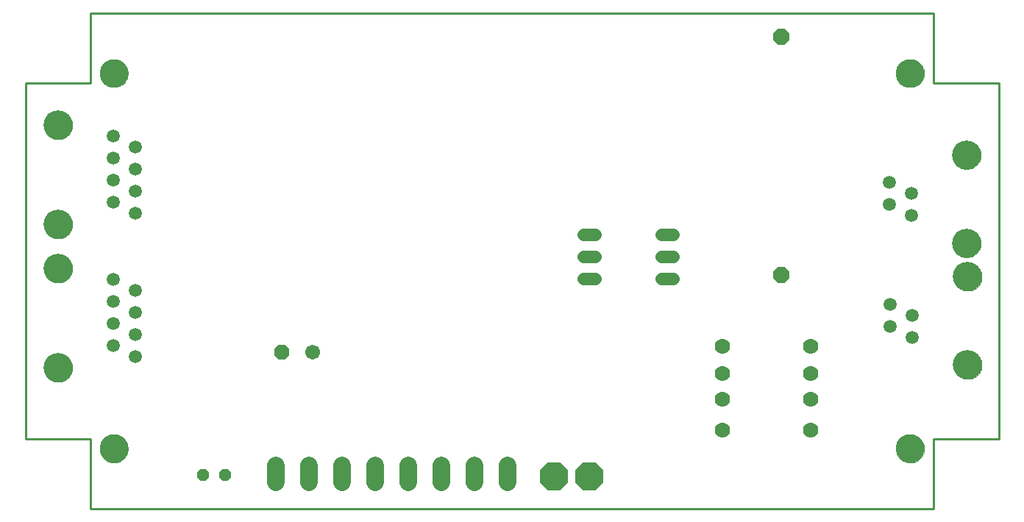
<source format=gbs>
G75*
%MOIN*%
%OFA0B0*%
%FSLAX24Y24*%
%IPPOS*%
%LPD*%
%AMOC8*
5,1,8,0,0,1.08239X$1,22.5*
%
%ADD10C,0.0100*%
%ADD11C,0.0000*%
%ADD12C,0.1300*%
%ADD13C,0.0590*%
%ADD14C,0.1320*%
%ADD15OC8,0.0745*%
%ADD16C,0.0700*%
%ADD17C,0.0560*%
%ADD18C,0.0808*%
%ADD19OC8,0.1290*%
%ADD20OC8,0.0560*%
%ADD21OC8,0.0670*%
%ADD22C,0.0670*%
D10*
X004668Y002075D02*
X042857Y002075D01*
X042857Y005224D01*
X045810Y005224D01*
X045810Y021366D01*
X042857Y021366D01*
X042857Y024516D01*
X004668Y024516D01*
X004668Y021366D01*
X001715Y021366D01*
X001715Y005224D01*
X004668Y005224D01*
X004668Y002075D01*
D11*
X005091Y004781D02*
X005093Y004831D01*
X005099Y004881D01*
X005109Y004930D01*
X005123Y004978D01*
X005140Y005025D01*
X005161Y005070D01*
X005186Y005114D01*
X005214Y005155D01*
X005246Y005194D01*
X005280Y005231D01*
X005317Y005265D01*
X005357Y005295D01*
X005399Y005322D01*
X005443Y005346D01*
X005489Y005367D01*
X005536Y005383D01*
X005584Y005396D01*
X005634Y005405D01*
X005683Y005410D01*
X005734Y005411D01*
X005784Y005408D01*
X005833Y005401D01*
X005882Y005390D01*
X005930Y005375D01*
X005976Y005357D01*
X006021Y005335D01*
X006064Y005309D01*
X006105Y005280D01*
X006144Y005248D01*
X006180Y005213D01*
X006212Y005175D01*
X006242Y005135D01*
X006269Y005092D01*
X006292Y005048D01*
X006311Y005002D01*
X006327Y004954D01*
X006339Y004905D01*
X006347Y004856D01*
X006351Y004806D01*
X006351Y004756D01*
X006347Y004706D01*
X006339Y004657D01*
X006327Y004608D01*
X006311Y004560D01*
X006292Y004514D01*
X006269Y004470D01*
X006242Y004427D01*
X006212Y004387D01*
X006180Y004349D01*
X006144Y004314D01*
X006105Y004282D01*
X006064Y004253D01*
X006021Y004227D01*
X005976Y004205D01*
X005930Y004187D01*
X005882Y004172D01*
X005833Y004161D01*
X005784Y004154D01*
X005734Y004151D01*
X005683Y004152D01*
X005634Y004157D01*
X005584Y004166D01*
X005536Y004179D01*
X005489Y004195D01*
X005443Y004216D01*
X005399Y004240D01*
X005357Y004267D01*
X005317Y004297D01*
X005280Y004331D01*
X005246Y004368D01*
X005214Y004407D01*
X005186Y004448D01*
X005161Y004492D01*
X005140Y004537D01*
X005123Y004584D01*
X005109Y004632D01*
X005099Y004681D01*
X005093Y004731D01*
X005091Y004781D01*
X002550Y008452D02*
X002552Y008502D01*
X002558Y008552D01*
X002568Y008601D01*
X002581Y008650D01*
X002599Y008697D01*
X002620Y008743D01*
X002644Y008786D01*
X002672Y008828D01*
X002703Y008868D01*
X002737Y008905D01*
X002774Y008939D01*
X002814Y008970D01*
X002856Y008998D01*
X002899Y009022D01*
X002945Y009043D01*
X002992Y009061D01*
X003041Y009074D01*
X003090Y009084D01*
X003140Y009090D01*
X003190Y009092D01*
X003240Y009090D01*
X003290Y009084D01*
X003339Y009074D01*
X003388Y009061D01*
X003435Y009043D01*
X003481Y009022D01*
X003524Y008998D01*
X003566Y008970D01*
X003606Y008939D01*
X003643Y008905D01*
X003677Y008868D01*
X003708Y008828D01*
X003736Y008786D01*
X003760Y008743D01*
X003781Y008697D01*
X003799Y008650D01*
X003812Y008601D01*
X003822Y008552D01*
X003828Y008502D01*
X003830Y008452D01*
X003828Y008402D01*
X003822Y008352D01*
X003812Y008303D01*
X003799Y008254D01*
X003781Y008207D01*
X003760Y008161D01*
X003736Y008118D01*
X003708Y008076D01*
X003677Y008036D01*
X003643Y007999D01*
X003606Y007965D01*
X003566Y007934D01*
X003524Y007906D01*
X003481Y007882D01*
X003435Y007861D01*
X003388Y007843D01*
X003339Y007830D01*
X003290Y007820D01*
X003240Y007814D01*
X003190Y007812D01*
X003140Y007814D01*
X003090Y007820D01*
X003041Y007830D01*
X002992Y007843D01*
X002945Y007861D01*
X002899Y007882D01*
X002856Y007906D01*
X002814Y007934D01*
X002774Y007965D01*
X002737Y007999D01*
X002703Y008036D01*
X002672Y008076D01*
X002644Y008118D01*
X002620Y008161D01*
X002599Y008207D01*
X002581Y008254D01*
X002568Y008303D01*
X002558Y008352D01*
X002552Y008402D01*
X002550Y008452D01*
X002550Y012952D02*
X002552Y013002D01*
X002558Y013052D01*
X002568Y013101D01*
X002581Y013150D01*
X002599Y013197D01*
X002620Y013243D01*
X002644Y013286D01*
X002672Y013328D01*
X002703Y013368D01*
X002737Y013405D01*
X002774Y013439D01*
X002814Y013470D01*
X002856Y013498D01*
X002899Y013522D01*
X002945Y013543D01*
X002992Y013561D01*
X003041Y013574D01*
X003090Y013584D01*
X003140Y013590D01*
X003190Y013592D01*
X003240Y013590D01*
X003290Y013584D01*
X003339Y013574D01*
X003388Y013561D01*
X003435Y013543D01*
X003481Y013522D01*
X003524Y013498D01*
X003566Y013470D01*
X003606Y013439D01*
X003643Y013405D01*
X003677Y013368D01*
X003708Y013328D01*
X003736Y013286D01*
X003760Y013243D01*
X003781Y013197D01*
X003799Y013150D01*
X003812Y013101D01*
X003822Y013052D01*
X003828Y013002D01*
X003830Y012952D01*
X003828Y012902D01*
X003822Y012852D01*
X003812Y012803D01*
X003799Y012754D01*
X003781Y012707D01*
X003760Y012661D01*
X003736Y012618D01*
X003708Y012576D01*
X003677Y012536D01*
X003643Y012499D01*
X003606Y012465D01*
X003566Y012434D01*
X003524Y012406D01*
X003481Y012382D01*
X003435Y012361D01*
X003388Y012343D01*
X003339Y012330D01*
X003290Y012320D01*
X003240Y012314D01*
X003190Y012312D01*
X003140Y012314D01*
X003090Y012320D01*
X003041Y012330D01*
X002992Y012343D01*
X002945Y012361D01*
X002899Y012382D01*
X002856Y012406D01*
X002814Y012434D01*
X002774Y012465D01*
X002737Y012499D01*
X002703Y012536D01*
X002672Y012576D01*
X002644Y012618D01*
X002620Y012661D01*
X002599Y012707D01*
X002581Y012754D01*
X002568Y012803D01*
X002558Y012852D01*
X002552Y012902D01*
X002550Y012952D01*
X002550Y014952D02*
X002552Y015002D01*
X002558Y015052D01*
X002568Y015101D01*
X002581Y015150D01*
X002599Y015197D01*
X002620Y015243D01*
X002644Y015286D01*
X002672Y015328D01*
X002703Y015368D01*
X002737Y015405D01*
X002774Y015439D01*
X002814Y015470D01*
X002856Y015498D01*
X002899Y015522D01*
X002945Y015543D01*
X002992Y015561D01*
X003041Y015574D01*
X003090Y015584D01*
X003140Y015590D01*
X003190Y015592D01*
X003240Y015590D01*
X003290Y015584D01*
X003339Y015574D01*
X003388Y015561D01*
X003435Y015543D01*
X003481Y015522D01*
X003524Y015498D01*
X003566Y015470D01*
X003606Y015439D01*
X003643Y015405D01*
X003677Y015368D01*
X003708Y015328D01*
X003736Y015286D01*
X003760Y015243D01*
X003781Y015197D01*
X003799Y015150D01*
X003812Y015101D01*
X003822Y015052D01*
X003828Y015002D01*
X003830Y014952D01*
X003828Y014902D01*
X003822Y014852D01*
X003812Y014803D01*
X003799Y014754D01*
X003781Y014707D01*
X003760Y014661D01*
X003736Y014618D01*
X003708Y014576D01*
X003677Y014536D01*
X003643Y014499D01*
X003606Y014465D01*
X003566Y014434D01*
X003524Y014406D01*
X003481Y014382D01*
X003435Y014361D01*
X003388Y014343D01*
X003339Y014330D01*
X003290Y014320D01*
X003240Y014314D01*
X003190Y014312D01*
X003140Y014314D01*
X003090Y014320D01*
X003041Y014330D01*
X002992Y014343D01*
X002945Y014361D01*
X002899Y014382D01*
X002856Y014406D01*
X002814Y014434D01*
X002774Y014465D01*
X002737Y014499D01*
X002703Y014536D01*
X002672Y014576D01*
X002644Y014618D01*
X002620Y014661D01*
X002599Y014707D01*
X002581Y014754D01*
X002568Y014803D01*
X002558Y014852D01*
X002552Y014902D01*
X002550Y014952D01*
X002550Y019452D02*
X002552Y019502D01*
X002558Y019552D01*
X002568Y019601D01*
X002581Y019650D01*
X002599Y019697D01*
X002620Y019743D01*
X002644Y019786D01*
X002672Y019828D01*
X002703Y019868D01*
X002737Y019905D01*
X002774Y019939D01*
X002814Y019970D01*
X002856Y019998D01*
X002899Y020022D01*
X002945Y020043D01*
X002992Y020061D01*
X003041Y020074D01*
X003090Y020084D01*
X003140Y020090D01*
X003190Y020092D01*
X003240Y020090D01*
X003290Y020084D01*
X003339Y020074D01*
X003388Y020061D01*
X003435Y020043D01*
X003481Y020022D01*
X003524Y019998D01*
X003566Y019970D01*
X003606Y019939D01*
X003643Y019905D01*
X003677Y019868D01*
X003708Y019828D01*
X003736Y019786D01*
X003760Y019743D01*
X003781Y019697D01*
X003799Y019650D01*
X003812Y019601D01*
X003822Y019552D01*
X003828Y019502D01*
X003830Y019452D01*
X003828Y019402D01*
X003822Y019352D01*
X003812Y019303D01*
X003799Y019254D01*
X003781Y019207D01*
X003760Y019161D01*
X003736Y019118D01*
X003708Y019076D01*
X003677Y019036D01*
X003643Y018999D01*
X003606Y018965D01*
X003566Y018934D01*
X003524Y018906D01*
X003481Y018882D01*
X003435Y018861D01*
X003388Y018843D01*
X003339Y018830D01*
X003290Y018820D01*
X003240Y018814D01*
X003190Y018812D01*
X003140Y018814D01*
X003090Y018820D01*
X003041Y018830D01*
X002992Y018843D01*
X002945Y018861D01*
X002899Y018882D01*
X002856Y018906D01*
X002814Y018934D01*
X002774Y018965D01*
X002737Y018999D01*
X002703Y019036D01*
X002672Y019076D01*
X002644Y019118D01*
X002620Y019161D01*
X002599Y019207D01*
X002581Y019254D01*
X002568Y019303D01*
X002558Y019352D01*
X002552Y019402D01*
X002550Y019452D01*
X005091Y021809D02*
X005093Y021859D01*
X005099Y021909D01*
X005109Y021958D01*
X005123Y022006D01*
X005140Y022053D01*
X005161Y022098D01*
X005186Y022142D01*
X005214Y022183D01*
X005246Y022222D01*
X005280Y022259D01*
X005317Y022293D01*
X005357Y022323D01*
X005399Y022350D01*
X005443Y022374D01*
X005489Y022395D01*
X005536Y022411D01*
X005584Y022424D01*
X005634Y022433D01*
X005683Y022438D01*
X005734Y022439D01*
X005784Y022436D01*
X005833Y022429D01*
X005882Y022418D01*
X005930Y022403D01*
X005976Y022385D01*
X006021Y022363D01*
X006064Y022337D01*
X006105Y022308D01*
X006144Y022276D01*
X006180Y022241D01*
X006212Y022203D01*
X006242Y022163D01*
X006269Y022120D01*
X006292Y022076D01*
X006311Y022030D01*
X006327Y021982D01*
X006339Y021933D01*
X006347Y021884D01*
X006351Y021834D01*
X006351Y021784D01*
X006347Y021734D01*
X006339Y021685D01*
X006327Y021636D01*
X006311Y021588D01*
X006292Y021542D01*
X006269Y021498D01*
X006242Y021455D01*
X006212Y021415D01*
X006180Y021377D01*
X006144Y021342D01*
X006105Y021310D01*
X006064Y021281D01*
X006021Y021255D01*
X005976Y021233D01*
X005930Y021215D01*
X005882Y021200D01*
X005833Y021189D01*
X005784Y021182D01*
X005734Y021179D01*
X005683Y021180D01*
X005634Y021185D01*
X005584Y021194D01*
X005536Y021207D01*
X005489Y021223D01*
X005443Y021244D01*
X005399Y021268D01*
X005357Y021295D01*
X005317Y021325D01*
X005280Y021359D01*
X005246Y021396D01*
X005214Y021435D01*
X005186Y021476D01*
X005161Y021520D01*
X005140Y021565D01*
X005123Y021612D01*
X005109Y021660D01*
X005099Y021709D01*
X005093Y021759D01*
X005091Y021809D01*
X041174Y021809D02*
X041176Y021859D01*
X041182Y021909D01*
X041192Y021958D01*
X041206Y022006D01*
X041223Y022053D01*
X041244Y022098D01*
X041269Y022142D01*
X041297Y022183D01*
X041329Y022222D01*
X041363Y022259D01*
X041400Y022293D01*
X041440Y022323D01*
X041482Y022350D01*
X041526Y022374D01*
X041572Y022395D01*
X041619Y022411D01*
X041667Y022424D01*
X041717Y022433D01*
X041766Y022438D01*
X041817Y022439D01*
X041867Y022436D01*
X041916Y022429D01*
X041965Y022418D01*
X042013Y022403D01*
X042059Y022385D01*
X042104Y022363D01*
X042147Y022337D01*
X042188Y022308D01*
X042227Y022276D01*
X042263Y022241D01*
X042295Y022203D01*
X042325Y022163D01*
X042352Y022120D01*
X042375Y022076D01*
X042394Y022030D01*
X042410Y021982D01*
X042422Y021933D01*
X042430Y021884D01*
X042434Y021834D01*
X042434Y021784D01*
X042430Y021734D01*
X042422Y021685D01*
X042410Y021636D01*
X042394Y021588D01*
X042375Y021542D01*
X042352Y021498D01*
X042325Y021455D01*
X042295Y021415D01*
X042263Y021377D01*
X042227Y021342D01*
X042188Y021310D01*
X042147Y021281D01*
X042104Y021255D01*
X042059Y021233D01*
X042013Y021215D01*
X041965Y021200D01*
X041916Y021189D01*
X041867Y021182D01*
X041817Y021179D01*
X041766Y021180D01*
X041717Y021185D01*
X041667Y021194D01*
X041619Y021207D01*
X041572Y021223D01*
X041526Y021244D01*
X041482Y021268D01*
X041440Y021295D01*
X041400Y021325D01*
X041363Y021359D01*
X041329Y021396D01*
X041297Y021435D01*
X041269Y021476D01*
X041244Y021520D01*
X041223Y021565D01*
X041206Y021612D01*
X041192Y021660D01*
X041182Y021709D01*
X041176Y021759D01*
X041174Y021809D01*
X043718Y018102D02*
X043720Y018152D01*
X043726Y018202D01*
X043736Y018251D01*
X043749Y018300D01*
X043767Y018347D01*
X043788Y018393D01*
X043812Y018436D01*
X043840Y018478D01*
X043871Y018518D01*
X043905Y018555D01*
X043942Y018589D01*
X043982Y018620D01*
X044024Y018648D01*
X044067Y018672D01*
X044113Y018693D01*
X044160Y018711D01*
X044209Y018724D01*
X044258Y018734D01*
X044308Y018740D01*
X044358Y018742D01*
X044408Y018740D01*
X044458Y018734D01*
X044507Y018724D01*
X044556Y018711D01*
X044603Y018693D01*
X044649Y018672D01*
X044692Y018648D01*
X044734Y018620D01*
X044774Y018589D01*
X044811Y018555D01*
X044845Y018518D01*
X044876Y018478D01*
X044904Y018436D01*
X044928Y018393D01*
X044949Y018347D01*
X044967Y018300D01*
X044980Y018251D01*
X044990Y018202D01*
X044996Y018152D01*
X044998Y018102D01*
X044996Y018052D01*
X044990Y018002D01*
X044980Y017953D01*
X044967Y017904D01*
X044949Y017857D01*
X044928Y017811D01*
X044904Y017768D01*
X044876Y017726D01*
X044845Y017686D01*
X044811Y017649D01*
X044774Y017615D01*
X044734Y017584D01*
X044692Y017556D01*
X044649Y017532D01*
X044603Y017511D01*
X044556Y017493D01*
X044507Y017480D01*
X044458Y017470D01*
X044408Y017464D01*
X044358Y017462D01*
X044308Y017464D01*
X044258Y017470D01*
X044209Y017480D01*
X044160Y017493D01*
X044113Y017511D01*
X044067Y017532D01*
X044024Y017556D01*
X043982Y017584D01*
X043942Y017615D01*
X043905Y017649D01*
X043871Y017686D01*
X043840Y017726D01*
X043812Y017768D01*
X043788Y017811D01*
X043767Y017857D01*
X043749Y017904D01*
X043736Y017953D01*
X043726Y018002D01*
X043720Y018052D01*
X043718Y018102D01*
X043718Y014102D02*
X043720Y014152D01*
X043726Y014202D01*
X043736Y014251D01*
X043749Y014300D01*
X043767Y014347D01*
X043788Y014393D01*
X043812Y014436D01*
X043840Y014478D01*
X043871Y014518D01*
X043905Y014555D01*
X043942Y014589D01*
X043982Y014620D01*
X044024Y014648D01*
X044067Y014672D01*
X044113Y014693D01*
X044160Y014711D01*
X044209Y014724D01*
X044258Y014734D01*
X044308Y014740D01*
X044358Y014742D01*
X044408Y014740D01*
X044458Y014734D01*
X044507Y014724D01*
X044556Y014711D01*
X044603Y014693D01*
X044649Y014672D01*
X044692Y014648D01*
X044734Y014620D01*
X044774Y014589D01*
X044811Y014555D01*
X044845Y014518D01*
X044876Y014478D01*
X044904Y014436D01*
X044928Y014393D01*
X044949Y014347D01*
X044967Y014300D01*
X044980Y014251D01*
X044990Y014202D01*
X044996Y014152D01*
X044998Y014102D01*
X044996Y014052D01*
X044990Y014002D01*
X044980Y013953D01*
X044967Y013904D01*
X044949Y013857D01*
X044928Y013811D01*
X044904Y013768D01*
X044876Y013726D01*
X044845Y013686D01*
X044811Y013649D01*
X044774Y013615D01*
X044734Y013584D01*
X044692Y013556D01*
X044649Y013532D01*
X044603Y013511D01*
X044556Y013493D01*
X044507Y013480D01*
X044458Y013470D01*
X044408Y013464D01*
X044358Y013462D01*
X044308Y013464D01*
X044258Y013470D01*
X044209Y013480D01*
X044160Y013493D01*
X044113Y013511D01*
X044067Y013532D01*
X044024Y013556D01*
X043982Y013584D01*
X043942Y013615D01*
X043905Y013649D01*
X043871Y013686D01*
X043840Y013726D01*
X043812Y013768D01*
X043788Y013811D01*
X043767Y013857D01*
X043749Y013904D01*
X043736Y013953D01*
X043726Y014002D01*
X043720Y014052D01*
X043718Y014102D01*
X043762Y012585D02*
X043764Y012635D01*
X043770Y012685D01*
X043780Y012734D01*
X043793Y012783D01*
X043811Y012830D01*
X043832Y012876D01*
X043856Y012919D01*
X043884Y012961D01*
X043915Y013001D01*
X043949Y013038D01*
X043986Y013072D01*
X044026Y013103D01*
X044068Y013131D01*
X044111Y013155D01*
X044157Y013176D01*
X044204Y013194D01*
X044253Y013207D01*
X044302Y013217D01*
X044352Y013223D01*
X044402Y013225D01*
X044452Y013223D01*
X044502Y013217D01*
X044551Y013207D01*
X044600Y013194D01*
X044647Y013176D01*
X044693Y013155D01*
X044736Y013131D01*
X044778Y013103D01*
X044818Y013072D01*
X044855Y013038D01*
X044889Y013001D01*
X044920Y012961D01*
X044948Y012919D01*
X044972Y012876D01*
X044993Y012830D01*
X045011Y012783D01*
X045024Y012734D01*
X045034Y012685D01*
X045040Y012635D01*
X045042Y012585D01*
X045040Y012535D01*
X045034Y012485D01*
X045024Y012436D01*
X045011Y012387D01*
X044993Y012340D01*
X044972Y012294D01*
X044948Y012251D01*
X044920Y012209D01*
X044889Y012169D01*
X044855Y012132D01*
X044818Y012098D01*
X044778Y012067D01*
X044736Y012039D01*
X044693Y012015D01*
X044647Y011994D01*
X044600Y011976D01*
X044551Y011963D01*
X044502Y011953D01*
X044452Y011947D01*
X044402Y011945D01*
X044352Y011947D01*
X044302Y011953D01*
X044253Y011963D01*
X044204Y011976D01*
X044157Y011994D01*
X044111Y012015D01*
X044068Y012039D01*
X044026Y012067D01*
X043986Y012098D01*
X043949Y012132D01*
X043915Y012169D01*
X043884Y012209D01*
X043856Y012251D01*
X043832Y012294D01*
X043811Y012340D01*
X043793Y012387D01*
X043780Y012436D01*
X043770Y012485D01*
X043764Y012535D01*
X043762Y012585D01*
X043762Y008585D02*
X043764Y008635D01*
X043770Y008685D01*
X043780Y008734D01*
X043793Y008783D01*
X043811Y008830D01*
X043832Y008876D01*
X043856Y008919D01*
X043884Y008961D01*
X043915Y009001D01*
X043949Y009038D01*
X043986Y009072D01*
X044026Y009103D01*
X044068Y009131D01*
X044111Y009155D01*
X044157Y009176D01*
X044204Y009194D01*
X044253Y009207D01*
X044302Y009217D01*
X044352Y009223D01*
X044402Y009225D01*
X044452Y009223D01*
X044502Y009217D01*
X044551Y009207D01*
X044600Y009194D01*
X044647Y009176D01*
X044693Y009155D01*
X044736Y009131D01*
X044778Y009103D01*
X044818Y009072D01*
X044855Y009038D01*
X044889Y009001D01*
X044920Y008961D01*
X044948Y008919D01*
X044972Y008876D01*
X044993Y008830D01*
X045011Y008783D01*
X045024Y008734D01*
X045034Y008685D01*
X045040Y008635D01*
X045042Y008585D01*
X045040Y008535D01*
X045034Y008485D01*
X045024Y008436D01*
X045011Y008387D01*
X044993Y008340D01*
X044972Y008294D01*
X044948Y008251D01*
X044920Y008209D01*
X044889Y008169D01*
X044855Y008132D01*
X044818Y008098D01*
X044778Y008067D01*
X044736Y008039D01*
X044693Y008015D01*
X044647Y007994D01*
X044600Y007976D01*
X044551Y007963D01*
X044502Y007953D01*
X044452Y007947D01*
X044402Y007945D01*
X044352Y007947D01*
X044302Y007953D01*
X044253Y007963D01*
X044204Y007976D01*
X044157Y007994D01*
X044111Y008015D01*
X044068Y008039D01*
X044026Y008067D01*
X043986Y008098D01*
X043949Y008132D01*
X043915Y008169D01*
X043884Y008209D01*
X043856Y008251D01*
X043832Y008294D01*
X043811Y008340D01*
X043793Y008387D01*
X043780Y008436D01*
X043770Y008485D01*
X043764Y008535D01*
X043762Y008585D01*
X041174Y004781D02*
X041176Y004831D01*
X041182Y004881D01*
X041192Y004930D01*
X041206Y004978D01*
X041223Y005025D01*
X041244Y005070D01*
X041269Y005114D01*
X041297Y005155D01*
X041329Y005194D01*
X041363Y005231D01*
X041400Y005265D01*
X041440Y005295D01*
X041482Y005322D01*
X041526Y005346D01*
X041572Y005367D01*
X041619Y005383D01*
X041667Y005396D01*
X041717Y005405D01*
X041766Y005410D01*
X041817Y005411D01*
X041867Y005408D01*
X041916Y005401D01*
X041965Y005390D01*
X042013Y005375D01*
X042059Y005357D01*
X042104Y005335D01*
X042147Y005309D01*
X042188Y005280D01*
X042227Y005248D01*
X042263Y005213D01*
X042295Y005175D01*
X042325Y005135D01*
X042352Y005092D01*
X042375Y005048D01*
X042394Y005002D01*
X042410Y004954D01*
X042422Y004905D01*
X042430Y004856D01*
X042434Y004806D01*
X042434Y004756D01*
X042430Y004706D01*
X042422Y004657D01*
X042410Y004608D01*
X042394Y004560D01*
X042375Y004514D01*
X042352Y004470D01*
X042325Y004427D01*
X042295Y004387D01*
X042263Y004349D01*
X042227Y004314D01*
X042188Y004282D01*
X042147Y004253D01*
X042104Y004227D01*
X042059Y004205D01*
X042013Y004187D01*
X041965Y004172D01*
X041916Y004161D01*
X041867Y004154D01*
X041817Y004151D01*
X041766Y004152D01*
X041717Y004157D01*
X041667Y004166D01*
X041619Y004179D01*
X041572Y004195D01*
X041526Y004216D01*
X041482Y004240D01*
X041440Y004267D01*
X041400Y004297D01*
X041363Y004331D01*
X041329Y004368D01*
X041297Y004407D01*
X041269Y004448D01*
X041244Y004492D01*
X041223Y004537D01*
X041206Y004584D01*
X041192Y004632D01*
X041182Y004681D01*
X041176Y004731D01*
X041174Y004781D01*
D12*
X041804Y004781D03*
X041804Y021809D03*
X005721Y021809D03*
X005721Y004781D03*
D13*
X006690Y008952D03*
X005690Y009452D03*
X006690Y009952D03*
X005690Y010452D03*
X006690Y010952D03*
X005690Y011452D03*
X006690Y011952D03*
X005690Y012452D03*
X006690Y015452D03*
X005690Y015952D03*
X006690Y016452D03*
X005690Y016952D03*
X006690Y017452D03*
X005690Y017952D03*
X006690Y018452D03*
X005690Y018952D03*
X040858Y016852D03*
X041858Y016352D03*
X040858Y015852D03*
X041858Y015352D03*
X040902Y011335D03*
X041902Y010835D03*
X040902Y010335D03*
X041902Y009835D03*
D14*
X044402Y008585D03*
X044402Y012585D03*
X044358Y014102D03*
X044358Y018102D03*
X003190Y019452D03*
X003190Y014952D03*
X003190Y012952D03*
X003190Y008452D03*
D15*
X035971Y012657D03*
X035971Y023457D03*
D16*
X037292Y009425D03*
X037284Y008187D03*
X037292Y007012D03*
X037283Y005612D03*
X033283Y005612D03*
X033292Y007012D03*
X033284Y008187D03*
X033292Y009425D03*
D17*
X031047Y012483D02*
X030527Y012483D01*
X030527Y013483D02*
X031047Y013483D01*
X031047Y014483D02*
X030527Y014483D01*
X027527Y014483D02*
X027007Y014483D01*
X027007Y013483D02*
X027527Y013483D01*
X027527Y012483D02*
X027007Y012483D01*
D18*
X023571Y004033D02*
X023571Y003266D01*
X022071Y003266D02*
X022071Y004033D01*
X020571Y004033D02*
X020571Y003266D01*
X019071Y003266D02*
X019071Y004033D01*
X017571Y004033D02*
X017571Y003266D01*
X016071Y003266D02*
X016071Y004033D01*
X014571Y004033D02*
X014571Y003266D01*
X013071Y003266D02*
X013071Y004033D01*
D19*
X025667Y003542D03*
X027275Y003537D03*
D20*
X010744Y003610D03*
X009744Y003610D03*
D21*
X013326Y009147D03*
D22*
X014726Y009147D03*
M02*

</source>
